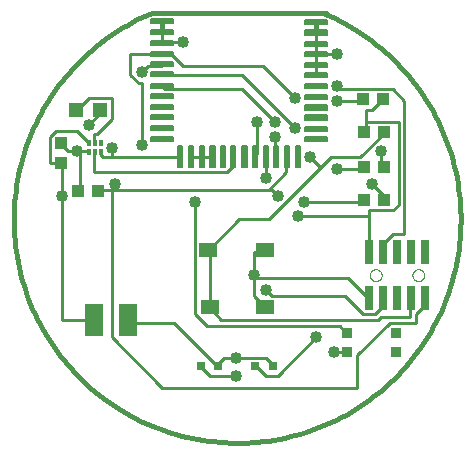
<source format=gtl>
G75*
%MOIN*%
%OFA0B0*%
%FSLAX25Y25*%
%IPPOS*%
%LPD*%
%AMOC8*
5,1,8,0,0,1.08239X$1,22.5*
%
%ADD10C,0.01600*%
%ADD11C,0.00591*%
%ADD12R,0.03937X0.04331*%
%ADD13R,0.04331X0.03937*%
%ADD14R,0.06299X0.10630*%
%ADD15R,0.05118X0.05000*%
%ADD16R,0.03150X0.03150*%
%ADD17R,0.01181X0.02047*%
%ADD18R,0.06102X0.04724*%
%ADD19R,0.02500X0.08000*%
%ADD20C,0.00000*%
%ADD21R,0.03543X0.03740*%
%ADD22C,0.01000*%
%ADD23C,0.04000*%
D10*
X0059923Y0145895D02*
X0058243Y0145181D01*
X0056581Y0144427D01*
X0054938Y0143632D01*
X0053314Y0142797D01*
X0051712Y0141922D01*
X0050132Y0141008D01*
X0048574Y0140056D01*
X0047041Y0139066D01*
X0045532Y0138039D01*
X0044048Y0136975D01*
X0042591Y0135875D01*
X0041162Y0134740D01*
X0039761Y0133569D01*
X0038389Y0132365D01*
X0037047Y0131128D01*
X0035735Y0129858D01*
X0034455Y0128557D01*
X0033208Y0127224D01*
X0031993Y0125861D01*
X0030812Y0124469D01*
X0029666Y0123048D01*
X0028555Y0121600D01*
X0027480Y0120125D01*
X0026441Y0118624D01*
X0025439Y0117098D01*
X0024475Y0115548D01*
X0023549Y0113974D01*
X0022662Y0112379D01*
X0021815Y0110762D01*
X0021007Y0109125D01*
X0020240Y0107469D01*
X0019513Y0105794D01*
X0018828Y0104102D01*
X0018185Y0102394D01*
X0017583Y0100670D01*
X0017024Y0098933D01*
X0016508Y0097182D01*
X0016035Y0095419D01*
X0015605Y0093644D01*
X0015218Y0091860D01*
X0014876Y0090067D01*
X0014578Y0088266D01*
X0014324Y0086459D01*
X0014114Y0084645D01*
X0013949Y0082827D01*
X0013828Y0081006D01*
X0013752Y0079182D01*
X0013721Y0077357D01*
X0013734Y0075531D01*
X0013793Y0073707D01*
X0013896Y0071884D01*
X0014043Y0070065D01*
X0014235Y0068249D01*
X0014472Y0066439D01*
X0014753Y0064636D01*
X0015078Y0062839D01*
X0015447Y0061052D01*
X0015860Y0059273D01*
X0016316Y0057506D01*
X0016815Y0055750D01*
X0017357Y0054007D01*
X0017942Y0052278D01*
X0018569Y0050563D01*
X0019238Y0048865D01*
X0019948Y0047183D01*
X0020699Y0045519D01*
X0021491Y0043874D01*
X0022323Y0042249D01*
X0023194Y0040645D01*
X0024105Y0039063D01*
X0025054Y0037504D01*
X0026040Y0035968D01*
X0027065Y0034457D01*
X0028126Y0032972D01*
X0029223Y0031513D01*
X0030355Y0030081D01*
X0031523Y0028677D01*
X0032724Y0027303D01*
X0033958Y0025958D01*
X0035226Y0024644D01*
X0036525Y0023362D01*
X0037855Y0022112D01*
X0039215Y0020894D01*
X0040605Y0019711D01*
X0042023Y0018562D01*
X0043469Y0017448D01*
X0044942Y0016369D01*
X0046441Y0015327D01*
X0047965Y0014323D01*
X0049513Y0013355D01*
X0051085Y0012427D01*
X0052679Y0011536D01*
X0054294Y0010686D01*
X0055929Y0009875D01*
X0057584Y0009104D01*
X0059257Y0008374D01*
X0060948Y0007686D01*
X0062655Y0007039D01*
X0064377Y0006434D01*
X0066114Y0005871D01*
X0067864Y0005351D01*
X0069626Y0004875D01*
X0071399Y0004441D01*
X0073182Y0004051D01*
X0074975Y0003705D01*
X0076775Y0003403D01*
X0078582Y0003146D01*
X0080395Y0002932D01*
X0082213Y0002763D01*
X0084034Y0002639D01*
X0085858Y0002560D01*
X0087683Y0002525D01*
X0089508Y0002535D01*
X0091333Y0002589D01*
X0093156Y0002689D01*
X0094976Y0002832D01*
X0096791Y0003021D01*
X0098602Y0003254D01*
X0100406Y0003531D01*
X0102203Y0003853D01*
X0103992Y0004218D01*
X0105771Y0004627D01*
X0107539Y0005080D01*
X0109296Y0005575D01*
X0111040Y0006114D01*
X0112771Y0006695D01*
X0114486Y0007319D01*
X0116186Y0007984D01*
X0117869Y0008691D01*
X0119534Y0009439D01*
X0121181Y0010227D01*
X0122807Y0011056D01*
X0124413Y0011924D01*
X0125997Y0012832D01*
X0127558Y0013777D01*
X0129096Y0014761D01*
X0130609Y0015782D01*
X0132097Y0016840D01*
X0133558Y0017935D01*
X0134992Y0019064D01*
X0136398Y0020229D01*
X0137775Y0021427D01*
X0139122Y0022659D01*
X0140438Y0023924D01*
X0141723Y0025220D01*
X0142976Y0026548D01*
X0144196Y0027906D01*
X0145383Y0029293D01*
X0146535Y0030709D01*
X0147652Y0032153D01*
X0148733Y0033624D01*
X0149778Y0035121D01*
X0150786Y0036643D01*
X0151756Y0038189D01*
X0152688Y0039758D01*
X0153581Y0041350D01*
X0154435Y0042964D01*
X0155249Y0044598D01*
X0156023Y0046251D01*
X0156757Y0047923D01*
X0157449Y0049612D01*
X0158099Y0051318D01*
X0158707Y0053039D01*
X0159273Y0054774D01*
X0159797Y0056523D01*
X0160277Y0058284D01*
X0160714Y0060057D01*
X0161107Y0061839D01*
X0161457Y0063631D01*
X0161762Y0065430D01*
X0162024Y0067237D01*
X0162241Y0069050D01*
X0162413Y0070867D01*
X0162541Y0072688D01*
X0162625Y0074511D01*
X0162663Y0076337D01*
X0162657Y0078162D01*
X0162606Y0079987D01*
X0162510Y0081810D01*
X0162370Y0083630D01*
X0162185Y0085446D01*
X0161956Y0087257D01*
X0161682Y0089062D01*
X0161364Y0090859D01*
X0161003Y0092649D01*
X0160597Y0094428D01*
X0160148Y0096198D01*
X0159656Y0097956D01*
X0159121Y0099701D01*
X0158543Y0101432D01*
X0157923Y0103149D01*
X0157261Y0104851D01*
X0156557Y0106535D01*
X0155813Y0108202D01*
X0155028Y0109850D01*
X0154202Y0111478D01*
X0153337Y0113086D01*
X0152433Y0114671D01*
X0151490Y0116235D01*
X0150510Y0117774D01*
X0149491Y0119289D01*
X0148436Y0120779D01*
X0147345Y0122242D01*
X0146218Y0123679D01*
X0145057Y0125087D01*
X0143861Y0126466D01*
X0142632Y0127816D01*
X0141370Y0129135D01*
X0140076Y0130422D01*
X0138751Y0131678D01*
X0137396Y0132901D01*
X0136011Y0134090D01*
X0134597Y0135245D01*
X0133155Y0136365D01*
X0131687Y0137449D01*
X0130192Y0138497D01*
X0128672Y0139508D01*
X0127128Y0140481D01*
X0125560Y0141416D01*
X0123970Y0142313D01*
X0122358Y0143170D01*
X0120726Y0143987D01*
X0119074Y0144765D01*
X0117404Y0145501D01*
X0117798Y0145894D02*
X0059924Y0145894D01*
X0063270Y0143020D02*
X0063270Y0139477D01*
X0114451Y0139280D02*
X0114451Y0142824D01*
D11*
X0118093Y0142135D02*
X0110809Y0142135D01*
X0110809Y0143513D01*
X0118093Y0143513D01*
X0118093Y0142135D01*
X0118093Y0142725D02*
X0110809Y0142725D01*
X0110809Y0143315D02*
X0118093Y0143315D01*
X0118093Y0138591D02*
X0110809Y0138591D01*
X0110809Y0139969D01*
X0118093Y0139969D01*
X0118093Y0138591D01*
X0118093Y0139181D02*
X0110809Y0139181D01*
X0110809Y0139771D02*
X0118093Y0139771D01*
X0118093Y0134851D02*
X0110809Y0134851D01*
X0110809Y0136229D01*
X0118093Y0136229D01*
X0118093Y0134851D01*
X0118093Y0135441D02*
X0110809Y0135441D01*
X0110809Y0136031D02*
X0118093Y0136031D01*
X0118093Y0131308D02*
X0110809Y0131308D01*
X0110809Y0132686D01*
X0118093Y0132686D01*
X0118093Y0131308D01*
X0118093Y0131898D02*
X0110809Y0131898D01*
X0110809Y0132488D02*
X0118093Y0132488D01*
X0118093Y0127765D02*
X0110809Y0127765D01*
X0110809Y0129143D01*
X0118093Y0129143D01*
X0118093Y0127765D01*
X0118093Y0128355D02*
X0110809Y0128355D01*
X0110809Y0128945D02*
X0118093Y0128945D01*
X0118093Y0124418D02*
X0110809Y0124418D01*
X0110809Y0125796D01*
X0118093Y0125796D01*
X0118093Y0124418D01*
X0118093Y0125008D02*
X0110809Y0125008D01*
X0110809Y0125598D02*
X0118093Y0125598D01*
X0118093Y0120678D02*
X0110809Y0120678D01*
X0110809Y0122056D01*
X0118093Y0122056D01*
X0118093Y0120678D01*
X0118093Y0121268D02*
X0110809Y0121268D01*
X0110809Y0121858D02*
X0118093Y0121858D01*
X0118093Y0117135D02*
X0110809Y0117135D01*
X0110809Y0118513D01*
X0118093Y0118513D01*
X0118093Y0117135D01*
X0118093Y0117725D02*
X0110809Y0117725D01*
X0110809Y0118315D02*
X0118093Y0118315D01*
X0118093Y0113591D02*
X0110809Y0113591D01*
X0110809Y0114969D01*
X0118093Y0114969D01*
X0118093Y0113591D01*
X0118093Y0114181D02*
X0110809Y0114181D01*
X0110809Y0114771D02*
X0118093Y0114771D01*
X0118093Y0110245D02*
X0110809Y0110245D01*
X0110809Y0111623D01*
X0118093Y0111623D01*
X0118093Y0110245D01*
X0118093Y0110835D02*
X0110809Y0110835D01*
X0110809Y0111425D02*
X0118093Y0111425D01*
X0118093Y0106505D02*
X0110809Y0106505D01*
X0110809Y0107883D01*
X0118093Y0107883D01*
X0118093Y0106505D01*
X0118093Y0107095D02*
X0110809Y0107095D01*
X0110809Y0107685D02*
X0118093Y0107685D01*
X0118093Y0102961D02*
X0110809Y0102961D01*
X0110809Y0104339D01*
X0118093Y0104339D01*
X0118093Y0102961D01*
X0118093Y0103551D02*
X0110809Y0103551D01*
X0110809Y0104141D02*
X0118093Y0104141D01*
X0109038Y0101584D02*
X0109038Y0094300D01*
X0107660Y0094300D01*
X0107660Y0101584D01*
X0109038Y0101584D01*
X0109038Y0094890D02*
X0107660Y0094890D01*
X0107660Y0095480D02*
X0109038Y0095480D01*
X0109038Y0096070D02*
X0107660Y0096070D01*
X0107660Y0096660D02*
X0109038Y0096660D01*
X0109038Y0097250D02*
X0107660Y0097250D01*
X0107660Y0097840D02*
X0109038Y0097840D01*
X0109038Y0098430D02*
X0107660Y0098430D01*
X0107660Y0099020D02*
X0109038Y0099020D01*
X0109038Y0099610D02*
X0107660Y0099610D01*
X0107660Y0100200D02*
X0109038Y0100200D01*
X0109038Y0100790D02*
X0107660Y0100790D01*
X0107660Y0101380D02*
X0109038Y0101380D01*
X0105495Y0101584D02*
X0105495Y0094300D01*
X0104117Y0094300D01*
X0104117Y0101584D01*
X0105495Y0101584D01*
X0105495Y0094890D02*
X0104117Y0094890D01*
X0104117Y0095480D02*
X0105495Y0095480D01*
X0105495Y0096070D02*
X0104117Y0096070D01*
X0104117Y0096660D02*
X0105495Y0096660D01*
X0105495Y0097250D02*
X0104117Y0097250D01*
X0104117Y0097840D02*
X0105495Y0097840D01*
X0105495Y0098430D02*
X0104117Y0098430D01*
X0104117Y0099020D02*
X0105495Y0099020D01*
X0105495Y0099610D02*
X0104117Y0099610D01*
X0104117Y0100200D02*
X0105495Y0100200D01*
X0105495Y0100790D02*
X0104117Y0100790D01*
X0104117Y0101380D02*
X0105495Y0101380D01*
X0101755Y0101584D02*
X0101755Y0094300D01*
X0100377Y0094300D01*
X0100377Y0101584D01*
X0101755Y0101584D01*
X0101755Y0094890D02*
X0100377Y0094890D01*
X0100377Y0095480D02*
X0101755Y0095480D01*
X0101755Y0096070D02*
X0100377Y0096070D01*
X0100377Y0096660D02*
X0101755Y0096660D01*
X0101755Y0097250D02*
X0100377Y0097250D01*
X0100377Y0097840D02*
X0101755Y0097840D01*
X0101755Y0098430D02*
X0100377Y0098430D01*
X0100377Y0099020D02*
X0101755Y0099020D01*
X0101755Y0099610D02*
X0100377Y0099610D01*
X0100377Y0100200D02*
X0101755Y0100200D01*
X0101755Y0100790D02*
X0100377Y0100790D01*
X0100377Y0101380D02*
X0101755Y0101380D01*
X0098408Y0101584D02*
X0098408Y0094300D01*
X0097030Y0094300D01*
X0097030Y0101584D01*
X0098408Y0101584D01*
X0098408Y0094890D02*
X0097030Y0094890D01*
X0097030Y0095480D02*
X0098408Y0095480D01*
X0098408Y0096070D02*
X0097030Y0096070D01*
X0097030Y0096660D02*
X0098408Y0096660D01*
X0098408Y0097250D02*
X0097030Y0097250D01*
X0097030Y0097840D02*
X0098408Y0097840D01*
X0098408Y0098430D02*
X0097030Y0098430D01*
X0097030Y0099020D02*
X0098408Y0099020D01*
X0098408Y0099610D02*
X0097030Y0099610D01*
X0097030Y0100200D02*
X0098408Y0100200D01*
X0098408Y0100790D02*
X0097030Y0100790D01*
X0097030Y0101380D02*
X0098408Y0101380D01*
X0094865Y0101584D02*
X0094865Y0094300D01*
X0093487Y0094300D01*
X0093487Y0101584D01*
X0094865Y0101584D01*
X0094865Y0094890D02*
X0093487Y0094890D01*
X0093487Y0095480D02*
X0094865Y0095480D01*
X0094865Y0096070D02*
X0093487Y0096070D01*
X0093487Y0096660D02*
X0094865Y0096660D01*
X0094865Y0097250D02*
X0093487Y0097250D01*
X0093487Y0097840D02*
X0094865Y0097840D01*
X0094865Y0098430D02*
X0093487Y0098430D01*
X0093487Y0099020D02*
X0094865Y0099020D01*
X0094865Y0099610D02*
X0093487Y0099610D01*
X0093487Y0100200D02*
X0094865Y0100200D01*
X0094865Y0100790D02*
X0093487Y0100790D01*
X0093487Y0101380D02*
X0094865Y0101380D01*
X0091322Y0101584D02*
X0091322Y0094300D01*
X0089944Y0094300D01*
X0089944Y0101584D01*
X0091322Y0101584D01*
X0091322Y0094890D02*
X0089944Y0094890D01*
X0089944Y0095480D02*
X0091322Y0095480D01*
X0091322Y0096070D02*
X0089944Y0096070D01*
X0089944Y0096660D02*
X0091322Y0096660D01*
X0091322Y0097250D02*
X0089944Y0097250D01*
X0089944Y0097840D02*
X0091322Y0097840D01*
X0091322Y0098430D02*
X0089944Y0098430D01*
X0089944Y0099020D02*
X0091322Y0099020D01*
X0091322Y0099610D02*
X0089944Y0099610D01*
X0089944Y0100200D02*
X0091322Y0100200D01*
X0091322Y0100790D02*
X0089944Y0100790D01*
X0089944Y0101380D02*
X0091322Y0101380D01*
X0087581Y0101584D02*
X0087581Y0094300D01*
X0086203Y0094300D01*
X0086203Y0101584D01*
X0087581Y0101584D01*
X0087581Y0094890D02*
X0086203Y0094890D01*
X0086203Y0095480D02*
X0087581Y0095480D01*
X0087581Y0096070D02*
X0086203Y0096070D01*
X0086203Y0096660D02*
X0087581Y0096660D01*
X0087581Y0097250D02*
X0086203Y0097250D01*
X0086203Y0097840D02*
X0087581Y0097840D01*
X0087581Y0098430D02*
X0086203Y0098430D01*
X0086203Y0099020D02*
X0087581Y0099020D01*
X0087581Y0099610D02*
X0086203Y0099610D01*
X0086203Y0100200D02*
X0087581Y0100200D01*
X0087581Y0100790D02*
X0086203Y0100790D01*
X0086203Y0101380D02*
X0087581Y0101380D01*
X0084235Y0101584D02*
X0084235Y0094300D01*
X0082857Y0094300D01*
X0082857Y0101584D01*
X0084235Y0101584D01*
X0084235Y0094890D02*
X0082857Y0094890D01*
X0082857Y0095480D02*
X0084235Y0095480D01*
X0084235Y0096070D02*
X0082857Y0096070D01*
X0082857Y0096660D02*
X0084235Y0096660D01*
X0084235Y0097250D02*
X0082857Y0097250D01*
X0082857Y0097840D02*
X0084235Y0097840D01*
X0084235Y0098430D02*
X0082857Y0098430D01*
X0082857Y0099020D02*
X0084235Y0099020D01*
X0084235Y0099610D02*
X0082857Y0099610D01*
X0082857Y0100200D02*
X0084235Y0100200D01*
X0084235Y0100790D02*
X0082857Y0100790D01*
X0082857Y0101380D02*
X0084235Y0101380D01*
X0080692Y0101584D02*
X0080692Y0094300D01*
X0079314Y0094300D01*
X0079314Y0101584D01*
X0080692Y0101584D01*
X0080692Y0094890D02*
X0079314Y0094890D01*
X0079314Y0095480D02*
X0080692Y0095480D01*
X0080692Y0096070D02*
X0079314Y0096070D01*
X0079314Y0096660D02*
X0080692Y0096660D01*
X0080692Y0097250D02*
X0079314Y0097250D01*
X0079314Y0097840D02*
X0080692Y0097840D01*
X0080692Y0098430D02*
X0079314Y0098430D01*
X0079314Y0099020D02*
X0080692Y0099020D01*
X0080692Y0099610D02*
X0079314Y0099610D01*
X0079314Y0100200D02*
X0080692Y0100200D01*
X0080692Y0100790D02*
X0079314Y0100790D01*
X0079314Y0101380D02*
X0080692Y0101380D01*
X0077148Y0101584D02*
X0077148Y0094300D01*
X0075770Y0094300D01*
X0075770Y0101584D01*
X0077148Y0101584D01*
X0077148Y0094890D02*
X0075770Y0094890D01*
X0075770Y0095480D02*
X0077148Y0095480D01*
X0077148Y0096070D02*
X0075770Y0096070D01*
X0075770Y0096660D02*
X0077148Y0096660D01*
X0077148Y0097250D02*
X0075770Y0097250D01*
X0075770Y0097840D02*
X0077148Y0097840D01*
X0077148Y0098430D02*
X0075770Y0098430D01*
X0075770Y0099020D02*
X0077148Y0099020D01*
X0077148Y0099610D02*
X0075770Y0099610D01*
X0075770Y0100200D02*
X0077148Y0100200D01*
X0077148Y0100790D02*
X0075770Y0100790D01*
X0075770Y0101380D02*
X0077148Y0101380D01*
X0073408Y0101584D02*
X0073408Y0094300D01*
X0072030Y0094300D01*
X0072030Y0101584D01*
X0073408Y0101584D01*
X0073408Y0094890D02*
X0072030Y0094890D01*
X0072030Y0095480D02*
X0073408Y0095480D01*
X0073408Y0096070D02*
X0072030Y0096070D01*
X0072030Y0096660D02*
X0073408Y0096660D01*
X0073408Y0097250D02*
X0072030Y0097250D01*
X0072030Y0097840D02*
X0073408Y0097840D01*
X0073408Y0098430D02*
X0072030Y0098430D01*
X0072030Y0099020D02*
X0073408Y0099020D01*
X0073408Y0099610D02*
X0072030Y0099610D01*
X0072030Y0100200D02*
X0073408Y0100200D01*
X0073408Y0100790D02*
X0072030Y0100790D01*
X0072030Y0101380D02*
X0073408Y0101380D01*
X0069865Y0101584D02*
X0069865Y0094300D01*
X0068487Y0094300D01*
X0068487Y0101584D01*
X0069865Y0101584D01*
X0069865Y0094890D02*
X0068487Y0094890D01*
X0068487Y0095480D02*
X0069865Y0095480D01*
X0069865Y0096070D02*
X0068487Y0096070D01*
X0068487Y0096660D02*
X0069865Y0096660D01*
X0069865Y0097250D02*
X0068487Y0097250D01*
X0068487Y0097840D02*
X0069865Y0097840D01*
X0069865Y0098430D02*
X0068487Y0098430D01*
X0068487Y0099020D02*
X0069865Y0099020D01*
X0069865Y0099610D02*
X0068487Y0099610D01*
X0068487Y0100200D02*
X0069865Y0100200D01*
X0069865Y0100790D02*
X0068487Y0100790D01*
X0068487Y0101380D02*
X0069865Y0101380D01*
X0066912Y0103158D02*
X0059628Y0103158D01*
X0059628Y0104536D01*
X0066912Y0104536D01*
X0066912Y0103158D01*
X0066912Y0103748D02*
X0059628Y0103748D01*
X0059628Y0104338D02*
X0066912Y0104338D01*
X0066912Y0106702D02*
X0059628Y0106702D01*
X0059628Y0108080D01*
X0066912Y0108080D01*
X0066912Y0106702D01*
X0066912Y0107292D02*
X0059628Y0107292D01*
X0059628Y0107882D02*
X0066912Y0107882D01*
X0066912Y0110442D02*
X0059628Y0110442D01*
X0059628Y0111820D01*
X0066912Y0111820D01*
X0066912Y0110442D01*
X0066912Y0111032D02*
X0059628Y0111032D01*
X0059628Y0111622D02*
X0066912Y0111622D01*
X0066912Y0113788D02*
X0059628Y0113788D01*
X0059628Y0115166D01*
X0066912Y0115166D01*
X0066912Y0113788D01*
X0066912Y0114378D02*
X0059628Y0114378D01*
X0059628Y0114968D02*
X0066912Y0114968D01*
X0066912Y0117331D02*
X0059628Y0117331D01*
X0059628Y0118709D01*
X0066912Y0118709D01*
X0066912Y0117331D01*
X0066912Y0117921D02*
X0059628Y0117921D01*
X0059628Y0118511D02*
X0066912Y0118511D01*
X0066912Y0120875D02*
X0059628Y0120875D01*
X0059628Y0122253D01*
X0066912Y0122253D01*
X0066912Y0120875D01*
X0066912Y0121465D02*
X0059628Y0121465D01*
X0059628Y0122055D02*
X0066912Y0122055D01*
X0066912Y0124615D02*
X0059628Y0124615D01*
X0059628Y0125993D01*
X0066912Y0125993D01*
X0066912Y0124615D01*
X0066912Y0125205D02*
X0059628Y0125205D01*
X0059628Y0125795D02*
X0066912Y0125795D01*
X0066912Y0127961D02*
X0059628Y0127961D01*
X0059628Y0129339D01*
X0066912Y0129339D01*
X0066912Y0127961D01*
X0066912Y0128551D02*
X0059628Y0128551D01*
X0059628Y0129141D02*
X0066912Y0129141D01*
X0066912Y0131505D02*
X0059628Y0131505D01*
X0059628Y0132883D01*
X0066912Y0132883D01*
X0066912Y0131505D01*
X0066912Y0132095D02*
X0059628Y0132095D01*
X0059628Y0132685D02*
X0066912Y0132685D01*
X0066912Y0135048D02*
X0059628Y0135048D01*
X0059628Y0136426D01*
X0066912Y0136426D01*
X0066912Y0135048D01*
X0066912Y0135638D02*
X0059628Y0135638D01*
X0059628Y0136228D02*
X0066912Y0136228D01*
X0066912Y0138788D02*
X0059628Y0138788D01*
X0059628Y0140166D01*
X0066912Y0140166D01*
X0066912Y0138788D01*
X0066912Y0139378D02*
X0059628Y0139378D01*
X0059628Y0139968D02*
X0066912Y0139968D01*
X0066912Y0142331D02*
X0059628Y0142331D01*
X0059628Y0143709D01*
X0066912Y0143709D01*
X0066912Y0142331D01*
X0066912Y0142921D02*
X0059628Y0142921D01*
X0059628Y0143511D02*
X0066912Y0143511D01*
D12*
X0029451Y0102391D03*
X0029451Y0095698D03*
D13*
X0035121Y0086446D03*
X0041814Y0086446D03*
X0130514Y0083572D03*
X0137207Y0083572D03*
X0137247Y0094595D03*
X0130554Y0094595D03*
X0130475Y0106013D03*
X0137168Y0106013D03*
X0136735Y0117036D03*
X0130042Y0117036D03*
D14*
X0051656Y0043454D03*
X0040633Y0043454D03*
D15*
X0042601Y0113296D03*
X0034412Y0113335D03*
D16*
X0076026Y0027981D03*
X0081932Y0027981D03*
X0094097Y0027981D03*
X0100003Y0027981D03*
D17*
X0042719Y0099477D03*
X0040751Y0099477D03*
X0038782Y0099477D03*
X0038782Y0102430D03*
X0040751Y0102430D03*
X0042719Y0102430D03*
D18*
X0078625Y0066643D03*
X0097522Y0066643D03*
X0097522Y0047745D03*
X0079018Y0047745D03*
D19*
X0132050Y0050698D03*
X0136774Y0050698D03*
X0141499Y0050698D03*
X0146223Y0050894D03*
X0150948Y0050894D03*
X0150948Y0066249D03*
X0146223Y0066249D03*
X0141499Y0066249D03*
X0136774Y0066249D03*
X0132247Y0066249D03*
D20*
X0132443Y0058375D02*
X0132445Y0058463D01*
X0132451Y0058551D01*
X0132461Y0058639D01*
X0132475Y0058727D01*
X0132492Y0058813D01*
X0132514Y0058899D01*
X0132539Y0058983D01*
X0132569Y0059067D01*
X0132601Y0059149D01*
X0132638Y0059229D01*
X0132678Y0059308D01*
X0132722Y0059385D01*
X0132769Y0059460D01*
X0132819Y0059532D01*
X0132873Y0059603D01*
X0132929Y0059670D01*
X0132989Y0059736D01*
X0133051Y0059798D01*
X0133117Y0059858D01*
X0133184Y0059914D01*
X0133255Y0059968D01*
X0133327Y0060018D01*
X0133402Y0060065D01*
X0133479Y0060109D01*
X0133558Y0060149D01*
X0133638Y0060186D01*
X0133720Y0060218D01*
X0133804Y0060248D01*
X0133888Y0060273D01*
X0133974Y0060295D01*
X0134060Y0060312D01*
X0134148Y0060326D01*
X0134236Y0060336D01*
X0134324Y0060342D01*
X0134412Y0060344D01*
X0134500Y0060342D01*
X0134588Y0060336D01*
X0134676Y0060326D01*
X0134764Y0060312D01*
X0134850Y0060295D01*
X0134936Y0060273D01*
X0135020Y0060248D01*
X0135104Y0060218D01*
X0135186Y0060186D01*
X0135266Y0060149D01*
X0135345Y0060109D01*
X0135422Y0060065D01*
X0135497Y0060018D01*
X0135569Y0059968D01*
X0135640Y0059914D01*
X0135707Y0059858D01*
X0135773Y0059798D01*
X0135835Y0059736D01*
X0135895Y0059670D01*
X0135951Y0059603D01*
X0136005Y0059532D01*
X0136055Y0059460D01*
X0136102Y0059385D01*
X0136146Y0059308D01*
X0136186Y0059229D01*
X0136223Y0059149D01*
X0136255Y0059067D01*
X0136285Y0058983D01*
X0136310Y0058899D01*
X0136332Y0058813D01*
X0136349Y0058727D01*
X0136363Y0058639D01*
X0136373Y0058551D01*
X0136379Y0058463D01*
X0136381Y0058375D01*
X0136379Y0058287D01*
X0136373Y0058199D01*
X0136363Y0058111D01*
X0136349Y0058023D01*
X0136332Y0057937D01*
X0136310Y0057851D01*
X0136285Y0057767D01*
X0136255Y0057683D01*
X0136223Y0057601D01*
X0136186Y0057521D01*
X0136146Y0057442D01*
X0136102Y0057365D01*
X0136055Y0057290D01*
X0136005Y0057218D01*
X0135951Y0057147D01*
X0135895Y0057080D01*
X0135835Y0057014D01*
X0135773Y0056952D01*
X0135707Y0056892D01*
X0135640Y0056836D01*
X0135569Y0056782D01*
X0135497Y0056732D01*
X0135422Y0056685D01*
X0135345Y0056641D01*
X0135266Y0056601D01*
X0135186Y0056564D01*
X0135104Y0056532D01*
X0135020Y0056502D01*
X0134936Y0056477D01*
X0134850Y0056455D01*
X0134764Y0056438D01*
X0134676Y0056424D01*
X0134588Y0056414D01*
X0134500Y0056408D01*
X0134412Y0056406D01*
X0134324Y0056408D01*
X0134236Y0056414D01*
X0134148Y0056424D01*
X0134060Y0056438D01*
X0133974Y0056455D01*
X0133888Y0056477D01*
X0133804Y0056502D01*
X0133720Y0056532D01*
X0133638Y0056564D01*
X0133558Y0056601D01*
X0133479Y0056641D01*
X0133402Y0056685D01*
X0133327Y0056732D01*
X0133255Y0056782D01*
X0133184Y0056836D01*
X0133117Y0056892D01*
X0133051Y0056952D01*
X0132989Y0057014D01*
X0132929Y0057080D01*
X0132873Y0057147D01*
X0132819Y0057218D01*
X0132769Y0057290D01*
X0132722Y0057365D01*
X0132678Y0057442D01*
X0132638Y0057521D01*
X0132601Y0057601D01*
X0132569Y0057683D01*
X0132539Y0057767D01*
X0132514Y0057851D01*
X0132492Y0057937D01*
X0132475Y0058023D01*
X0132461Y0058111D01*
X0132451Y0058199D01*
X0132445Y0058287D01*
X0132443Y0058375D01*
X0146616Y0058375D02*
X0146618Y0058463D01*
X0146624Y0058551D01*
X0146634Y0058639D01*
X0146648Y0058727D01*
X0146665Y0058813D01*
X0146687Y0058899D01*
X0146712Y0058983D01*
X0146742Y0059067D01*
X0146774Y0059149D01*
X0146811Y0059229D01*
X0146851Y0059308D01*
X0146895Y0059385D01*
X0146942Y0059460D01*
X0146992Y0059532D01*
X0147046Y0059603D01*
X0147102Y0059670D01*
X0147162Y0059736D01*
X0147224Y0059798D01*
X0147290Y0059858D01*
X0147357Y0059914D01*
X0147428Y0059968D01*
X0147500Y0060018D01*
X0147575Y0060065D01*
X0147652Y0060109D01*
X0147731Y0060149D01*
X0147811Y0060186D01*
X0147893Y0060218D01*
X0147977Y0060248D01*
X0148061Y0060273D01*
X0148147Y0060295D01*
X0148233Y0060312D01*
X0148321Y0060326D01*
X0148409Y0060336D01*
X0148497Y0060342D01*
X0148585Y0060344D01*
X0148673Y0060342D01*
X0148761Y0060336D01*
X0148849Y0060326D01*
X0148937Y0060312D01*
X0149023Y0060295D01*
X0149109Y0060273D01*
X0149193Y0060248D01*
X0149277Y0060218D01*
X0149359Y0060186D01*
X0149439Y0060149D01*
X0149518Y0060109D01*
X0149595Y0060065D01*
X0149670Y0060018D01*
X0149742Y0059968D01*
X0149813Y0059914D01*
X0149880Y0059858D01*
X0149946Y0059798D01*
X0150008Y0059736D01*
X0150068Y0059670D01*
X0150124Y0059603D01*
X0150178Y0059532D01*
X0150228Y0059460D01*
X0150275Y0059385D01*
X0150319Y0059308D01*
X0150359Y0059229D01*
X0150396Y0059149D01*
X0150428Y0059067D01*
X0150458Y0058983D01*
X0150483Y0058899D01*
X0150505Y0058813D01*
X0150522Y0058727D01*
X0150536Y0058639D01*
X0150546Y0058551D01*
X0150552Y0058463D01*
X0150554Y0058375D01*
X0150552Y0058287D01*
X0150546Y0058199D01*
X0150536Y0058111D01*
X0150522Y0058023D01*
X0150505Y0057937D01*
X0150483Y0057851D01*
X0150458Y0057767D01*
X0150428Y0057683D01*
X0150396Y0057601D01*
X0150359Y0057521D01*
X0150319Y0057442D01*
X0150275Y0057365D01*
X0150228Y0057290D01*
X0150178Y0057218D01*
X0150124Y0057147D01*
X0150068Y0057080D01*
X0150008Y0057014D01*
X0149946Y0056952D01*
X0149880Y0056892D01*
X0149813Y0056836D01*
X0149742Y0056782D01*
X0149670Y0056732D01*
X0149595Y0056685D01*
X0149518Y0056641D01*
X0149439Y0056601D01*
X0149359Y0056564D01*
X0149277Y0056532D01*
X0149193Y0056502D01*
X0149109Y0056477D01*
X0149023Y0056455D01*
X0148937Y0056438D01*
X0148849Y0056424D01*
X0148761Y0056414D01*
X0148673Y0056408D01*
X0148585Y0056406D01*
X0148497Y0056408D01*
X0148409Y0056414D01*
X0148321Y0056424D01*
X0148233Y0056438D01*
X0148147Y0056455D01*
X0148061Y0056477D01*
X0147977Y0056502D01*
X0147893Y0056532D01*
X0147811Y0056564D01*
X0147731Y0056601D01*
X0147652Y0056641D01*
X0147575Y0056685D01*
X0147500Y0056732D01*
X0147428Y0056782D01*
X0147357Y0056836D01*
X0147290Y0056892D01*
X0147224Y0056952D01*
X0147162Y0057014D01*
X0147102Y0057080D01*
X0147046Y0057147D01*
X0146992Y0057218D01*
X0146942Y0057290D01*
X0146895Y0057365D01*
X0146851Y0057442D01*
X0146811Y0057521D01*
X0146774Y0057601D01*
X0146742Y0057683D01*
X0146712Y0057767D01*
X0146687Y0057851D01*
X0146665Y0057937D01*
X0146648Y0058023D01*
X0146634Y0058111D01*
X0146624Y0058199D01*
X0146618Y0058287D01*
X0146616Y0058375D01*
D21*
X0141026Y0039083D03*
X0141026Y0032784D03*
X0124885Y0032784D03*
X0124885Y0039083D03*
D22*
X0040633Y0043532D02*
X0029806Y0043532D01*
X0029806Y0084871D01*
X0029806Y0095698D01*
X0029451Y0095698D01*
X0025869Y0095698D01*
X0025869Y0104556D01*
X0027837Y0106524D01*
X0034727Y0106524D01*
X0038664Y0102587D01*
X0038782Y0102430D01*
X0040633Y0102587D02*
X0040751Y0102430D01*
X0040633Y0102587D02*
X0040633Y0105540D01*
X0041617Y0105540D01*
X0046538Y0110461D01*
X0046538Y0117351D01*
X0038664Y0117351D01*
X0034727Y0113414D01*
X0034412Y0113335D01*
X0038664Y0108493D02*
X0042601Y0112430D01*
X0042601Y0113296D01*
X0046538Y0100619D02*
X0046538Y0097666D01*
X0043585Y0097666D01*
X0042601Y0098650D01*
X0042719Y0099477D01*
X0040751Y0099477D02*
X0040633Y0098650D01*
X0040633Y0092745D01*
X0084924Y0092745D01*
X0086892Y0094713D01*
X0086892Y0097942D01*
X0080003Y0097942D02*
X0080003Y0097666D01*
X0077050Y0097666D01*
X0076459Y0097942D01*
X0076066Y0097666D01*
X0073113Y0097666D01*
X0072719Y0097942D01*
X0069176Y0097942D02*
X0069176Y0097666D01*
X0046538Y0097666D01*
X0038782Y0099477D02*
X0038664Y0099635D01*
X0035711Y0099635D01*
X0035711Y0086839D01*
X0035121Y0086446D01*
X0041814Y0086446D02*
X0042601Y0086839D01*
X0046538Y0086839D01*
X0046538Y0037627D01*
X0063270Y0020894D01*
X0128231Y0020894D01*
X0128231Y0031721D01*
X0139058Y0042548D01*
X0147916Y0042548D01*
X0147916Y0045501D01*
X0150869Y0048454D01*
X0150869Y0050422D01*
X0150948Y0050894D01*
X0146223Y0050894D02*
X0145948Y0050422D01*
X0145948Y0044517D01*
X0136105Y0044517D01*
X0135121Y0043532D01*
X0082955Y0043532D01*
X0079018Y0047469D01*
X0079018Y0047745D01*
X0079018Y0066170D01*
X0078625Y0066643D01*
X0079018Y0067154D01*
X0088861Y0076997D01*
X0098703Y0076997D01*
X0116420Y0094713D01*
X0115436Y0094713D01*
X0112483Y0097666D01*
X0116420Y0094713D02*
X0119373Y0097666D01*
X0129215Y0097666D01*
X0137089Y0105540D01*
X0137168Y0106013D01*
X0142010Y0109477D02*
X0131184Y0109477D01*
X0131184Y0106524D01*
X0130475Y0106013D01*
X0131184Y0109477D02*
X0131184Y0113414D01*
X0133152Y0113414D01*
X0136105Y0116367D01*
X0136735Y0117036D01*
X0140042Y0120304D02*
X0143979Y0116367D01*
X0143979Y0072076D01*
X0140042Y0072076D01*
X0137089Y0069123D01*
X0137089Y0067154D01*
X0136774Y0066249D01*
X0132247Y0066249D02*
X0132168Y0067154D01*
X0132168Y0077981D01*
X0108546Y0077981D01*
X0110514Y0082902D02*
X0130199Y0082902D01*
X0130514Y0083572D01*
X0132168Y0079950D02*
X0140042Y0079950D01*
X0142010Y0081918D01*
X0142010Y0109477D01*
X0136105Y0099635D02*
X0136105Y0094713D01*
X0137089Y0094713D01*
X0137247Y0094595D01*
X0130554Y0094595D02*
X0130199Y0093729D01*
X0121341Y0093729D01*
X0133152Y0088808D02*
X0138073Y0083887D01*
X0137207Y0083572D01*
X0132168Y0079950D02*
X0132168Y0077981D01*
X0125278Y0057312D02*
X0093782Y0057312D01*
X0093782Y0051406D01*
X0096735Y0048454D01*
X0097522Y0047745D01*
X0099688Y0051406D02*
X0124294Y0051406D01*
X0130199Y0045501D01*
X0134136Y0045501D01*
X0136105Y0047469D01*
X0136105Y0050422D01*
X0136774Y0050698D01*
X0132050Y0050698D02*
X0131184Y0051406D01*
X0125278Y0057312D01*
X0122325Y0041564D02*
X0078034Y0041564D01*
X0074097Y0045501D01*
X0074097Y0082902D01*
X0094176Y0097942D02*
X0094766Y0098650D01*
X0094766Y0109477D01*
X0100672Y0109477D02*
X0089845Y0120304D01*
X0064255Y0120304D01*
X0063270Y0121288D01*
X0063270Y0121564D01*
X0063270Y0125225D02*
X0063270Y0125304D01*
X0063270Y0125225D02*
X0089845Y0125225D01*
X0107562Y0107509D01*
X0100672Y0104556D02*
X0100672Y0098650D01*
X0101066Y0097942D01*
X0097719Y0097942D02*
X0097719Y0090776D01*
X0098703Y0086839D02*
X0099688Y0086839D01*
X0101656Y0084871D01*
X0098703Y0086839D02*
X0104609Y0092745D01*
X0104609Y0097666D01*
X0104806Y0097942D01*
X0098703Y0086839D02*
X0047522Y0086839D01*
X0047522Y0088808D01*
X0047522Y0086839D02*
X0046538Y0086839D01*
X0035711Y0099635D02*
X0034727Y0099635D01*
X0031774Y0099635D01*
X0029806Y0101603D01*
X0029451Y0102391D01*
X0052444Y0125225D02*
X0052444Y0132115D01*
X0063270Y0132115D01*
X0063270Y0132194D01*
X0063270Y0132115D02*
X0066223Y0132115D01*
X0070160Y0128178D01*
X0096735Y0128178D01*
X0107562Y0117351D01*
X0114451Y0125107D02*
X0114451Y0128454D01*
X0114451Y0131997D01*
X0114451Y0132115D01*
X0114451Y0135540D01*
X0114451Y0139280D01*
X0114451Y0132115D02*
X0121341Y0132115D01*
X0121341Y0121288D02*
X0122325Y0120304D01*
X0140042Y0120304D01*
X0130042Y0117036D02*
X0129215Y0116367D01*
X0121341Y0116367D01*
X0070160Y0136052D02*
X0063270Y0136052D01*
X0063270Y0135737D01*
X0063270Y0136052D02*
X0063270Y0139477D01*
X0063270Y0128650D02*
X0063270Y0128178D01*
X0058349Y0128178D01*
X0056381Y0126209D01*
X0052444Y0125225D02*
X0055396Y0122272D01*
X0056381Y0122272D01*
X0056381Y0101603D01*
X0093782Y0066170D02*
X0096735Y0066170D01*
X0097522Y0066643D01*
X0093782Y0066170D02*
X0093782Y0058296D01*
X0093782Y0057312D01*
X0097719Y0053375D02*
X0099688Y0051406D01*
X0114451Y0037627D02*
X0101656Y0024831D01*
X0097719Y0024831D01*
X0094766Y0027784D01*
X0094097Y0027981D01*
X0097719Y0030737D02*
X0099688Y0028769D01*
X0100003Y0027981D01*
X0097719Y0030737D02*
X0087877Y0030737D01*
X0083940Y0030737D01*
X0081971Y0028769D01*
X0081932Y0027981D01*
X0080987Y0028769D01*
X0067207Y0042548D01*
X0052444Y0042548D01*
X0051656Y0043454D01*
X0040633Y0043532D02*
X0040633Y0043454D01*
X0076026Y0027981D02*
X0076066Y0027784D01*
X0079018Y0024831D01*
X0087877Y0024831D01*
X0120357Y0032706D02*
X0124294Y0032706D01*
X0124885Y0032784D01*
X0124885Y0039083D02*
X0124294Y0039595D01*
X0122325Y0041564D01*
D23*
X0114451Y0037627D03*
X0120357Y0032706D03*
X0097719Y0053375D03*
X0093782Y0058296D03*
X0108546Y0077981D03*
X0110514Y0082902D03*
X0101656Y0084871D03*
X0097719Y0090776D03*
X0100672Y0104556D03*
X0100672Y0109477D03*
X0094766Y0109477D03*
X0107562Y0107509D03*
X0107562Y0117351D03*
X0121341Y0116367D03*
X0121341Y0121288D03*
X0121341Y0132115D03*
X0136105Y0099635D03*
X0133152Y0088808D03*
X0121341Y0093729D03*
X0112483Y0097666D03*
X0074097Y0082902D03*
X0056381Y0101603D03*
X0046538Y0100619D03*
X0038664Y0108493D03*
X0034727Y0099635D03*
X0047522Y0088808D03*
X0029806Y0084871D03*
X0056381Y0126209D03*
X0070160Y0136052D03*
X0087877Y0030737D03*
X0087877Y0024831D03*
M02*

</source>
